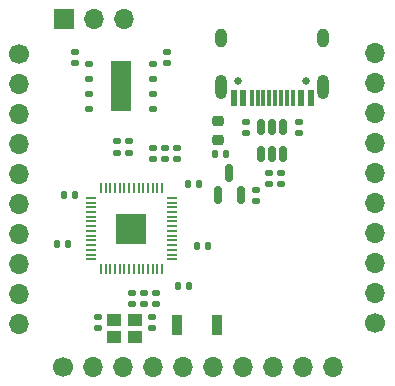
<source format=gbr>
%TF.GenerationSoftware,KiCad,Pcbnew,(6.0.0)*%
%TF.CreationDate,2022-07-10T02:32:02-04:00*%
%TF.ProjectId,EyesOfTomorrow,45796573-4f66-4546-9f6d-6f72726f772e,rev?*%
%TF.SameCoordinates,Original*%
%TF.FileFunction,Soldermask,Top*%
%TF.FilePolarity,Negative*%
%FSLAX46Y46*%
G04 Gerber Fmt 4.6, Leading zero omitted, Abs format (unit mm)*
G04 Created by KiCad (PCBNEW (6.0.0)) date 2022-07-10 02:32:02*
%MOMM*%
%LPD*%
G01*
G04 APERTURE LIST*
G04 Aperture macros list*
%AMRoundRect*
0 Rectangle with rounded corners*
0 $1 Rounding radius*
0 $2 $3 $4 $5 $6 $7 $8 $9 X,Y pos of 4 corners*
0 Add a 4 corners polygon primitive as box body*
4,1,4,$2,$3,$4,$5,$6,$7,$8,$9,$2,$3,0*
0 Add four circle primitives for the rounded corners*
1,1,$1+$1,$2,$3*
1,1,$1+$1,$4,$5*
1,1,$1+$1,$6,$7*
1,1,$1+$1,$8,$9*
0 Add four rect primitives between the rounded corners*
20,1,$1+$1,$2,$3,$4,$5,0*
20,1,$1+$1,$4,$5,$6,$7,0*
20,1,$1+$1,$6,$7,$8,$9,0*
20,1,$1+$1,$8,$9,$2,$3,0*%
G04 Aperture macros list end*
%ADD10C,0.650000*%
%ADD11R,0.600000X1.450000*%
%ADD12R,0.300000X1.450000*%
%ADD13O,1.000000X1.600000*%
%ADD14O,1.000000X2.100000*%
%ADD15RoundRect,0.147500X-0.172500X0.147500X-0.172500X-0.147500X0.172500X-0.147500X0.172500X0.147500X0*%
%ADD16RoundRect,0.147500X-0.147500X-0.172500X0.147500X-0.172500X0.147500X0.172500X-0.147500X0.172500X0*%
%ADD17RoundRect,0.147500X0.172500X-0.147500X0.172500X0.147500X-0.172500X0.147500X-0.172500X-0.147500X0*%
%ADD18C,1.700000*%
%ADD19O,1.700000X1.700000*%
%ADD20RoundRect,0.147500X0.147500X0.172500X-0.147500X0.172500X-0.147500X-0.172500X0.147500X-0.172500X0*%
%ADD21RoundRect,0.125000X-0.250000X-0.125000X0.250000X-0.125000X0.250000X0.125000X-0.250000X0.125000X0*%
%ADD22R,1.651000X4.280000*%
%ADD23R,1.150000X1.000000*%
%ADD24RoundRect,0.150000X0.150000X-0.587500X0.150000X0.587500X-0.150000X0.587500X-0.150000X-0.587500X0*%
%ADD25R,0.900000X1.700000*%
%ADD26R,1.700000X1.700000*%
%ADD27RoundRect,0.150000X0.150000X-0.512500X0.150000X0.512500X-0.150000X0.512500X-0.150000X-0.512500X0*%
%ADD28RoundRect,0.218750X-0.256250X0.218750X-0.256250X-0.218750X0.256250X-0.218750X0.256250X0.218750X0*%
%ADD29RoundRect,0.050000X-0.387500X-0.050000X0.387500X-0.050000X0.387500X0.050000X-0.387500X0.050000X0*%
%ADD30RoundRect,0.050000X-0.050000X-0.387500X0.050000X-0.387500X0.050000X0.387500X-0.050000X0.387500X0*%
%ADD31R,2.550000X2.550000*%
G04 APERTURE END LIST*
D10*
%TO.C,J0*%
X122522500Y-72630489D03*
X128302500Y-72630489D03*
D11*
X128662500Y-74075489D03*
X127862500Y-74075489D03*
D12*
X126662500Y-74075489D03*
X125662500Y-74075489D03*
X125162500Y-74075489D03*
X124162500Y-74075489D03*
D11*
X122962500Y-74075489D03*
X122162500Y-74075489D03*
X122162500Y-74075489D03*
X122962500Y-74075489D03*
D12*
X123662500Y-74075489D03*
X124662500Y-74075489D03*
X126162500Y-74075489D03*
X127162500Y-74075489D03*
D11*
X127862500Y-74075489D03*
X128662500Y-74075489D03*
D13*
X121092500Y-68980489D03*
X129732500Y-68980489D03*
D14*
X129732500Y-73160489D03*
X121092500Y-73160489D03*
%TD*%
D15*
%TO.C,RF0*%
X108738011Y-70191500D03*
X108738011Y-71161500D03*
%TD*%
%TO.C,C6*%
X114572761Y-90570500D03*
X114572761Y-91540500D03*
%TD*%
D16*
%TO.C,CP0*%
X120533300Y-78869689D03*
X121503300Y-78869689D03*
%TD*%
D17*
%TO.C,C0*%
X115334761Y-79285000D03*
X115334761Y-78315000D03*
%TD*%
D18*
%TO.C,J3*%
X134137400Y-93141800D03*
D19*
X134137400Y-90601800D03*
X134137400Y-88061800D03*
X134137400Y-85521800D03*
X134137400Y-82981800D03*
X134137400Y-80441800D03*
X134137400Y-77901800D03*
X134137400Y-75361800D03*
X134137400Y-72821800D03*
X134137400Y-70281800D03*
%TD*%
D17*
%TO.C,C9*%
X117366761Y-79285000D03*
X117366761Y-78315000D03*
%TD*%
%TO.C,CF0*%
X116485011Y-71161500D03*
X116485011Y-70191500D03*
%TD*%
D20*
%TO.C,RR0*%
X118366400Y-90017600D03*
X117396400Y-90017600D03*
%TD*%
D17*
%TO.C,C3*%
X113302761Y-78713500D03*
X113302761Y-77743500D03*
%TD*%
%TO.C,C10*%
X116350761Y-79285000D03*
X116350761Y-78315000D03*
%TD*%
D15*
%TO.C,RX0*%
X113556761Y-90570500D03*
X113556761Y-91540500D03*
%TD*%
%TO.C,RD1*%
X126111000Y-80435739D03*
X126111000Y-81405739D03*
%TD*%
D17*
%TO.C,CP1*%
X124015500Y-82834489D03*
X124015500Y-81864489D03*
%TD*%
D16*
%TO.C,C8*%
X118278761Y-81381600D03*
X119248761Y-81381600D03*
%TD*%
D20*
%TO.C,C5*%
X108158000Y-86487000D03*
X107188000Y-86487000D03*
%TD*%
D15*
%TO.C,RC0*%
X127647700Y-76098689D03*
X127647700Y-77068689D03*
%TD*%
D21*
%TO.C,U2*%
X109879761Y-71184500D03*
X109879761Y-72454500D03*
X109879761Y-73724500D03*
X109879761Y-74994500D03*
X115279761Y-74994500D03*
X115279761Y-73724500D03*
X115279761Y-72454500D03*
X115279761Y-71184500D03*
D22*
X112579761Y-73089500D03*
%TD*%
D18*
%TO.C,J1*%
X104006250Y-70356250D03*
D19*
X104006250Y-72896250D03*
X104006250Y-75436250D03*
X104006250Y-77976250D03*
X104006250Y-80516250D03*
X104006250Y-83056250D03*
X104006250Y-85596250D03*
X104006250Y-88136250D03*
X104006250Y-90676250D03*
X104006250Y-93216250D03*
%TD*%
D23*
%TO.C,Y0*%
X112046761Y-94295500D03*
X113796761Y-94295500D03*
X113796761Y-92895500D03*
X112046761Y-92895500D03*
%TD*%
D20*
%TO.C,C4*%
X108707761Y-82292500D03*
X107737761Y-82292500D03*
%TD*%
D24*
%TO.C,U1*%
X120830300Y-82296389D03*
X122730300Y-82296389D03*
X121780300Y-80421389D03*
%TD*%
D17*
%TO.C,RC1*%
X123177300Y-77068689D03*
X123177300Y-76098689D03*
%TD*%
D25*
%TO.C,S1*%
X120749800Y-93345000D03*
X117349800Y-93345000D03*
%TD*%
D15*
%TO.C,CX0*%
X115207761Y-92602500D03*
X115207761Y-93572500D03*
%TD*%
D26*
%TO.C,J4*%
X107806250Y-67443750D03*
D19*
X110346250Y-67443750D03*
X112886250Y-67443750D03*
%TD*%
D15*
%TO.C,C2*%
X115588761Y-90570500D03*
X115588761Y-91540500D03*
%TD*%
%TO.C,RD0*%
X125095000Y-80435739D03*
X125095000Y-81405739D03*
%TD*%
D18*
%TO.C,J2*%
X107662500Y-96850200D03*
D19*
X110202500Y-96850200D03*
X112742500Y-96850200D03*
X115282500Y-96850200D03*
X117822500Y-96850200D03*
X120362500Y-96850200D03*
X122902500Y-96850200D03*
X125442500Y-96850200D03*
X127982500Y-96850200D03*
X130522500Y-96850200D03*
%TD*%
D27*
%TO.C,U3*%
X124462500Y-78838789D03*
X125412500Y-78838789D03*
X126362500Y-78838789D03*
X126362500Y-76563789D03*
X125412500Y-76563789D03*
X124462500Y-76563789D03*
%TD*%
D28*
%TO.C,F0*%
X120815100Y-76050189D03*
X120815100Y-77625189D03*
%TD*%
D17*
%TO.C,C1*%
X112286761Y-78713500D03*
X112286761Y-77743500D03*
%TD*%
D16*
%TO.C,C7*%
X119022000Y-86614000D03*
X119992000Y-86614000D03*
%TD*%
D15*
%TO.C,CX1*%
X110635761Y-92602500D03*
X110635761Y-93572500D03*
%TD*%
D29*
%TO.C,U0*%
X110055761Y-82550000D03*
X110055761Y-82950000D03*
X110055761Y-83350000D03*
X110055761Y-83750000D03*
X110055761Y-84150000D03*
X110055761Y-84550000D03*
X110055761Y-84950000D03*
X110055761Y-85350000D03*
X110055761Y-85750000D03*
X110055761Y-86150000D03*
X110055761Y-86550000D03*
X110055761Y-86950000D03*
X110055761Y-87350000D03*
X110055761Y-87750000D03*
D30*
X110893261Y-88587500D03*
X111293261Y-88587500D03*
X111693261Y-88587500D03*
X112093261Y-88587500D03*
X112493261Y-88587500D03*
X112893261Y-88587500D03*
X113293261Y-88587500D03*
X113693261Y-88587500D03*
X114093261Y-88587500D03*
X114493261Y-88587500D03*
X114893261Y-88587500D03*
X115293261Y-88587500D03*
X115693261Y-88587500D03*
X116093261Y-88587500D03*
D29*
X116930761Y-87750000D03*
X116930761Y-87350000D03*
X116930761Y-86950000D03*
X116930761Y-86550000D03*
X116930761Y-86150000D03*
X116930761Y-85750000D03*
X116930761Y-85350000D03*
X116930761Y-84950000D03*
X116930761Y-84550000D03*
X116930761Y-84150000D03*
X116930761Y-83750000D03*
X116930761Y-83350000D03*
X116930761Y-82950000D03*
X116930761Y-82550000D03*
D30*
X116093261Y-81712500D03*
X115693261Y-81712500D03*
X115293261Y-81712500D03*
X114893261Y-81712500D03*
X114493261Y-81712500D03*
X114093261Y-81712500D03*
X113693261Y-81712500D03*
X113293261Y-81712500D03*
X112893261Y-81712500D03*
X112493261Y-81712500D03*
X112093261Y-81712500D03*
X111693261Y-81712500D03*
X111293261Y-81712500D03*
X110893261Y-81712500D03*
D31*
X113493261Y-85150000D03*
%TD*%
M02*

</source>
